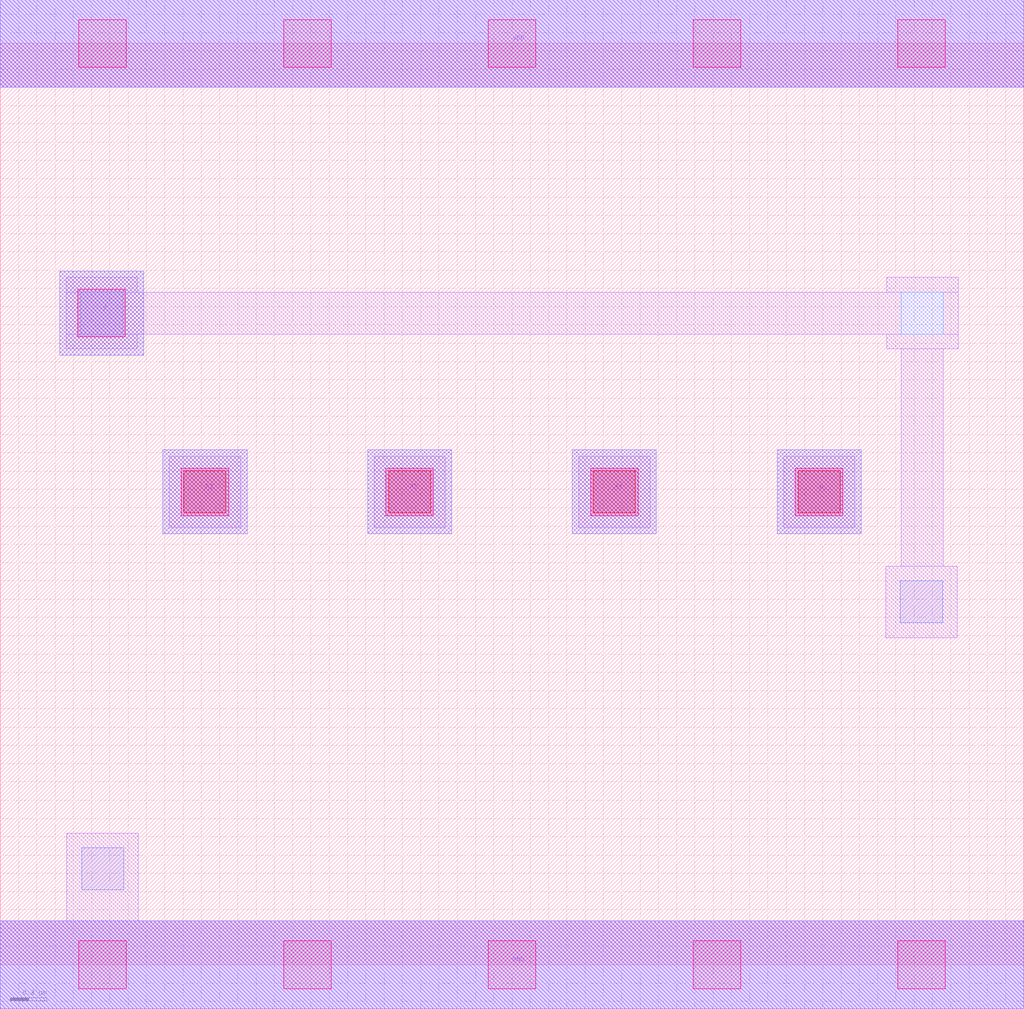
<source format=lef>
MACRO NAND4
 CLASS CORE ;
 FOREIGN NAND4 0 0 ;
 SIZE 5.6000000000000005 BY 5.04 ;
 ORIGIN 0 0 ;
 SYMMETRY X Y R90 ;
 SITE unit ;
  PIN VDD
   DIRECTION INOUT ;
   USE POWER ;
   SHAPE ABUTMENT ;
    PORT
     CLASS CORE ;
       LAYER met1 ;
        RECT 0.00000000 4.80000000 5.60000000 5.28000000 ;
       LAYER met2 ;
        RECT 0.00000000 4.80000000 5.60000000 5.28000000 ;
    END
  END VDD

  PIN GND
   DIRECTION INOUT ;
   USE POWER ;
   SHAPE ABUTMENT ;
    PORT
     CLASS CORE ;
       LAYER met1 ;
        RECT 0.00000000 -0.24000000 5.60000000 0.24000000 ;
       LAYER met2 ;
        RECT 0.00000000 -0.24000000 5.60000000 0.24000000 ;
    END
  END GND

  PIN Y
   DIRECTION INOUT ;
   USE SIGNAL ;
   SHAPE ABUTMENT ;
    PORT
     CLASS CORE ;
       LAYER met2 ;
        RECT 0.32500000 3.33500000 0.78500000 3.79500000 ;
    END
  END Y

  PIN A1
   DIRECTION INOUT ;
   USE SIGNAL ;
   SHAPE ABUTMENT ;
    PORT
     CLASS CORE ;
       LAYER met2 ;
        RECT 3.13000000 2.35700000 3.59000000 2.81700000 ;
    END
  END A1

  PIN A
   DIRECTION INOUT ;
   USE SIGNAL ;
   SHAPE ABUTMENT ;
    PORT
     CLASS CORE ;
       LAYER met2 ;
        RECT 4.25000000 2.35700000 4.71000000 2.81700000 ;
    END
  END A

  PIN A3
   DIRECTION INOUT ;
   USE SIGNAL ;
   SHAPE ABUTMENT ;
    PORT
     CLASS CORE ;
       LAYER met2 ;
        RECT 0.89000000 2.35700000 1.35000000 2.81700000 ;
    END
  END A3

  PIN A2
   DIRECTION INOUT ;
   USE SIGNAL ;
   SHAPE ABUTMENT ;
    PORT
     CLASS CORE ;
       LAYER met2 ;
        RECT 2.01000000 2.35700000 2.47000000 2.81700000 ;
    END
  END A2

 OBS
    LAYER polycont ;
     RECT 1.00500000 2.47200000 1.23500000 2.70200000 ;
     RECT 2.12500000 2.47200000 2.35500000 2.70200000 ;
     RECT 3.24500000 2.47200000 3.47500000 2.70200000 ;
     RECT 4.36500000 2.47200000 4.59500000 2.70200000 ;

    LAYER pdiffc ;
     RECT 0.44000000 3.45000000 0.67000000 3.68000000 ;
     RECT 4.93000000 3.45000000 5.16000000 3.68000000 ;

    LAYER ndiffc ;
     RECT 0.44500000 0.41000000 0.67500000 0.64000000 ;
     RECT 4.92500000 1.87000000 5.15500000 2.10000000 ;

    LAYER met1 ;
     RECT 0.00000000 -0.24000000 5.60000000 0.24000000 ;
     RECT 0.36500000 0.24000000 0.75500000 0.72000000 ;
     RECT 0.92500000 2.39200000 1.31500000 2.78200000 ;
     RECT 2.04500000 2.39200000 2.43500000 2.78200000 ;
     RECT 3.16500000 2.39200000 3.55500000 2.78200000 ;
     RECT 4.28500000 2.39200000 4.67500000 2.78200000 ;
     RECT 4.84500000 1.79000000 5.23500000 2.18000000 ;
     RECT 4.93000000 2.18000000 5.16000000 3.37000000 ;
     RECT 0.36000000 3.37000000 0.75000000 3.45000000 ;
     RECT 4.85000000 3.37000000 5.24000000 3.45000000 ;
     RECT 0.36000000 3.45000000 5.24000000 3.68000000 ;
     RECT 0.36000000 3.68000000 0.75000000 3.76000000 ;
     RECT 4.85000000 3.68000000 5.24000000 3.76000000 ;
     RECT 0.00000000 4.80000000 5.60000000 5.28000000 ;

    LAYER via1 ;
     RECT 0.43000000 -0.13000000 0.69000000 0.13000000 ;
     RECT 1.55000000 -0.13000000 1.81000000 0.13000000 ;
     RECT 2.67000000 -0.13000000 2.93000000 0.13000000 ;
     RECT 3.79000000 -0.13000000 4.05000000 0.13000000 ;
     RECT 4.91000000 -0.13000000 5.17000000 0.13000000 ;
     RECT 0.99000000 2.45700000 1.25000000 2.71700000 ;
     RECT 2.11000000 2.45700000 2.37000000 2.71700000 ;
     RECT 3.23000000 2.45700000 3.49000000 2.71700000 ;
     RECT 4.35000000 2.45700000 4.61000000 2.71700000 ;
     RECT 0.42500000 3.43500000 0.68500000 3.69500000 ;
     RECT 0.43000000 4.91000000 0.69000000 5.17000000 ;
     RECT 1.55000000 4.91000000 1.81000000 5.17000000 ;
     RECT 2.67000000 4.91000000 2.93000000 5.17000000 ;
     RECT 3.79000000 4.91000000 4.05000000 5.17000000 ;
     RECT 4.91000000 4.91000000 5.17000000 5.17000000 ;

    LAYER met2 ;
     RECT 0.00000000 -0.24000000 5.60000000 0.24000000 ;
     RECT 0.89000000 2.35700000 1.35000000 2.81700000 ;
     RECT 2.01000000 2.35700000 2.47000000 2.81700000 ;
     RECT 3.13000000 2.35700000 3.59000000 2.81700000 ;
     RECT 4.25000000 2.35700000 4.71000000 2.81700000 ;
     RECT 0.32500000 3.33500000 0.78500000 3.79500000 ;
     RECT 0.00000000 4.80000000 5.60000000 5.28000000 ;

 END
END NAND4

</source>
